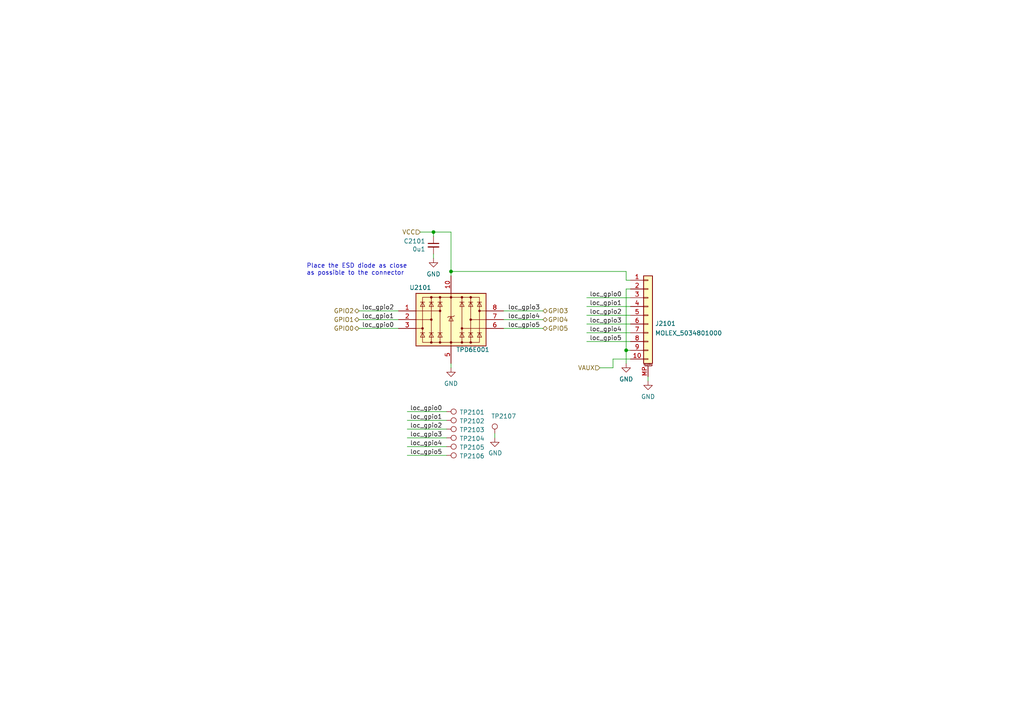
<source format=kicad_sch>
(kicad_sch (version 20210621) (generator eeschema)
  (paper "A4")
  (lib_symbols
    (symbol "DIYPie:MOLEX_5034801000"
      (property "Reference" "J" (at 0 13.97 0))
      (property "Value" "MOLEX_5034801000" (at 2.54 0 90))
      (symbol "MOLEX_5034801000_1_1"
        (text "Mounting" (at 0 -13.081 0) (effects (font (size 0.381 0.381))))
        (rectangle (start -1.27 -11.303) (end 0 -11.557) (stroke (width 0.1524)))
        (rectangle (start -1.27 -8.763) (end 0 -9.017) (stroke (width 0.1524)))
        (rectangle (start -1.27 -6.223) (end 0 -6.477) (stroke (width 0.1524)))
        (rectangle (start -1.27 -3.683) (end 0 -3.937) (stroke (width 0.1524)))
        (rectangle (start -1.27 -1.143) (end 0 -1.397) (stroke (width 0.1524)))
        (rectangle (start -1.27 1.397) (end 0 1.143) (stroke (width 0.1524)))
        (rectangle (start -1.27 3.937) (end 0 3.683) (stroke (width 0.1524)))
        (rectangle (start -1.27 6.477) (end 0 6.223) (stroke (width 0.1524)))
        (rectangle (start -1.27 9.017) (end 0 8.763) (stroke (width 0.1524)))
        (rectangle (start -1.27 11.557) (end 0 11.303) (stroke (width 0.1524)))
        (rectangle (start -1.27 12.7) (end 1.27 -12.7) (stroke (width 0.254)) (fill (type background)))
        (polyline (pts (xy -1.016 -13.462) (xy 1.016 -13.462)) (stroke (width 0.1524)))
        (pin passive line (at -5.08 11.43 0) (length 3.81) (name "") (number "1"))
        (pin passive line (at -5.08 -11.43 0) (length 3.81) (name "") (number "10"))
        (pin passive line (at -5.08 8.89 0) (length 3.81) (name "") (number "2"))
        (pin passive line (at -5.08 6.35 0) (length 3.81) (name "") (number "3"))
        (pin passive line (at -5.08 3.81 0) (length 3.81) (name "") (number "4"))
        (pin passive line (at -5.08 1.27 0) (length 3.81) (name "") (number "5"))
        (pin passive line (at -5.08 -1.27 0) (length 3.81) (name "") (number "6"))
        (pin passive line (at -5.08 -3.81 0) (length 3.81) (name "") (number "7"))
        (pin passive line (at -5.08 -6.35 0) (length 3.81) (name "") (number "8"))
        (pin passive line (at -5.08 -8.89 0) (length 3.81) (name "") (number "9"))
        (pin passive line (at 0 -16.51 90) (length 3.048) (name "") (number "MP"))
      )
    )
    (symbol "DIYPie:TPD6E001"
      (property "Reference" "U" (at -8.89 8.89 0))
      (property "Value" "TPD6E001" (at 6.35 -8.89 0))
      (symbol "TPD6E001_0_0"
        (rectangle (start -8.255 6.477) (end 8.255 -6.604))
        (polyline (pts (xy -5.715 -6.604) (xy -5.715 6.477)))
        (polyline (pts (xy -3.175 -6.604) (xy -3.175 6.477)))
        (polyline (pts (xy 0 6.477) (xy 0 -6.604)))
        (polyline (pts (xy 3.175 6.477) (xy 3.175 -6.604)))
        (polyline (pts (xy 5.715 -6.604) (xy 5.715 6.477)))
      )
      (symbol "TPD6E001_0_1"
        (circle (center -8.255 -2.54) (radius 0.2794) (fill (type outline)))
        (circle (center -5.715 -6.604) (radius 0.2794) (fill (type outline)))
        (circle (center -5.715 0) (radius 0.2794) (fill (type outline)))
        (circle (center -5.715 6.477) (radius 0.2794) (fill (type outline)))
        (circle (center -3.175 -6.604) (radius 0.2794) (fill (type outline)))
        (circle (center -3.175 2.54) (radius 0.2794) (fill (type outline)))
        (circle (center -3.175 6.477) (radius 0.2794) (fill (type outline)))
        (circle (center 0 -6.604) (radius 0.2794) (fill (type outline)))
        (circle (center 0 6.477) (radius 0.2794) (fill (type outline)))
        (circle (center 3.175 -6.604) (radius 0.2794) (fill (type outline)))
        (circle (center 3.175 -2.54) (radius 0.2794) (fill (type outline)))
        (circle (center 3.175 6.477) (radius 0.2794) (fill (type outline)))
        (circle (center 5.715 -6.604) (radius 0.2794) (fill (type outline)))
        (circle (center 5.715 0) (radius 0.2794) (fill (type outline)))
        (circle (center 5.715 6.477) (radius 0.2794) (fill (type outline)))
        (circle (center 8.255 2.54) (radius 0.2794) (fill (type outline)))
        (rectangle (start -10.16 7.62) (end 10.16 -7.62) (stroke (width 0.254)) (fill (type background)))
        (polyline (pts (xy -10.16 -2.54) (xy -8.255 -2.54)))
        (polyline (pts (xy -10.16 0) (xy -5.715 0)))
        (polyline (pts (xy -10.16 2.54) (xy -3.175 2.54)))
        (polyline (pts (xy -7.62 -3.81) (xy -8.89 -3.81)))
        (polyline (pts (xy -7.62 5.08) (xy -8.89 5.08)))
        (polyline (pts (xy -5.08 -3.81) (xy -6.35 -3.81)))
        (polyline (pts (xy -5.08 5.08) (xy -6.35 5.08)))
        (polyline (pts (xy -2.54 -3.81) (xy -3.81 -3.81)))
        (polyline (pts (xy -2.54 5.08) (xy -3.81 5.08)))
        (polyline (pts (xy -0.635 0.889) (xy -1.016 0.635)))
        (polyline (pts (xy 0 -6.604) (xy 0 -7.62)))
        (polyline (pts (xy 0 7.493) (xy 0 6.477)))
        (polyline (pts (xy 0.635 0.889) (xy -0.635 0.889)))
        (polyline (pts (xy 0.635 0.889) (xy 1.016 1.143)))
        (polyline (pts (xy 3.81 -3.81) (xy 2.54 -3.81)))
        (polyline (pts (xy 3.81 5.08) (xy 2.54 5.08)))
        (polyline (pts (xy 6.35 -3.81) (xy 5.08 -3.81)))
        (polyline (pts (xy 6.35 5.08) (xy 5.08 5.08)))
        (polyline (pts (xy 8.89 -3.81) (xy 7.62 -3.81)))
        (polyline (pts (xy 8.89 5.08) (xy 7.62 5.08)))
        (polyline (pts (xy 10.16 -2.54) (xy 3.175 -2.54)))
        (polyline (pts (xy 10.16 0) (xy 5.715 0)))
        (polyline (pts (xy 10.16 2.54) (xy 8.255 2.54)))
        (polyline (pts (xy -7.62 -5.08) (xy -8.89 -5.08) (xy -8.255 -3.81) (xy -7.62 -5.08)))
        (polyline (pts (xy -7.62 3.81) (xy -8.89 3.81) (xy -8.255 5.08) (xy -7.62 3.81)))
        (polyline (pts (xy -5.08 -5.08) (xy -6.35 -5.08) (xy -5.715 -3.81) (xy -5.08 -5.08)))
        (polyline (pts (xy -5.08 3.81) (xy -6.35 3.81) (xy -5.715 5.08) (xy -5.08 3.81)))
        (polyline (pts (xy -2.54 -5.08) (xy -3.81 -5.08) (xy -3.175 -3.81) (xy -2.54 -5.08)))
        (polyline (pts (xy -2.54 3.81) (xy -3.81 3.81) (xy -3.175 5.08) (xy -2.54 3.81)))
        (polyline (pts (xy 0.635 -0.381) (xy -0.635 -0.381) (xy 0 0.889) (xy 0.635 -0.381)))
        (polyline (pts (xy 3.81 -5.08) (xy 2.54 -5.08) (xy 3.175 -3.81) (xy 3.81 -5.08)))
        (polyline (pts (xy 3.81 3.81) (xy 2.54 3.81) (xy 3.175 5.08) (xy 3.81 3.81)))
        (polyline (pts (xy 6.35 -5.08) (xy 5.08 -5.08) (xy 5.715 -3.81) (xy 6.35 -5.08)))
        (polyline (pts (xy 6.35 3.81) (xy 5.08 3.81) (xy 5.715 5.08) (xy 6.35 3.81)))
        (polyline (pts (xy 8.89 -5.08) (xy 7.62 -5.08) (xy 8.255 -3.81) (xy 8.89 -5.08)))
        (polyline (pts (xy 8.89 3.81) (xy 7.62 3.81) (xy 8.255 5.08) (xy 8.89 3.81)))
      )
      (symbol "TPD6E001_1_1"
        (pin passive line (at -15.24 2.54 0) (length 5.08) (name "") (number "1"))
        (pin passive line (at 0 12.7 270) (length 5.08) (name "") (number "10"))
        (pin passive line (at -15.24 0 0) (length 5.08) (name "") (number "2"))
        (pin passive line (at -15.24 -2.54 0) (length 5.08) (name "") (number "3"))
        (pin no_connect line (at -5.08 -7.62 0) (length 5.08) hide (name "") (number "4"))
        (pin power_in line (at 0 -12.7 90) (length 5.08) (name "") (number "5"))
        (pin passive line (at 15.24 -2.54 180) (length 5.08) (name "") (number "6"))
        (pin passive line (at 15.24 0 180) (length 5.08) (name "") (number "7"))
        (pin passive line (at 15.24 2.54 180) (length 5.08) (name "") (number "8"))
        (pin no_connect line (at 5.08 7.62 180) (length 5.08) hide (name "") (number "9"))
      )
    )
    (symbol "DIYPie:TestPoint" (pin_numbers hide) (pin_names (offset 0.762) hide)
      (property "Reference" "TP" (at 0 5.588 0))
      (property "Value" "TestPoint" (at 0 3.81 0))
      (symbol "TestPoint_0_1"
        (circle (center 0 2.032) (radius 0.762))
      )
      (symbol "TestPoint_1_1"
        (pin passive line (at 0 0 90) (length 1.27) (name "1") (number "1"))
      )
    )
    (symbol "Device:C_Small" (pin_numbers hide) (pin_names (offset 0.254) hide)
      (property "Reference" "C" (at 0.254 1.778 0))
      (property "Value" "C_Small" (at 0.254 -2.032 0))
      (symbol "C_Small_0_1"
        (polyline (pts (xy -1.524 -0.508) (xy 1.524 -0.508)) (stroke (width 0.3302)))
        (polyline (pts (xy -1.524 0.508) (xy 1.524 0.508)) (stroke (width 0.3048)))
      )
      (symbol "C_Small_1_1"
        (pin passive line (at 0 2.54 270) (length 2.032) (name "~") (number "1"))
        (pin passive line (at 0 -2.54 90) (length 2.032) (name "~") (number "2"))
      )
    )
    (symbol "power:GND" (power) (pin_names (offset 0))
      (property "Value" "GND" (at 0 -3.81 0))
      (symbol "GND_0_1"
        (polyline (pts (xy 0 0) (xy 0 -1.27) (xy 1.27 -1.27) (xy 0 -2.54) (xy -1.27 -1.27) (xy 0 -1.27)))
      )
      (symbol "GND_1_1"
        (pin power_in line (at 0 0 270) (length 0) hide (name "GND") (number "1"))
      )
    )
  )
  (junction (at 125.73 67.31) (diameter 0.9144))
  (junction (at 130.81 78.74) (diameter 0.9144))
  (junction (at 181.61 101.6) (diameter 0.9144))
  (wire (pts (xy 104.14 90.17) (xy 115.57 90.17)))
  (wire (pts (xy 104.14 92.71) (xy 115.57 92.71)))
  (wire (pts (xy 104.14 95.25) (xy 115.57 95.25)))
  (wire (pts (xy 118.11 119.38) (xy 129.54 119.38)))
  (wire (pts (xy 118.11 121.92) (xy 129.54 121.92)))
  (wire (pts (xy 118.11 124.46) (xy 129.54 124.46)))
  (wire (pts (xy 118.11 127) (xy 129.54 127)))
  (wire (pts (xy 118.11 129.54) (xy 129.54 129.54)))
  (wire (pts (xy 118.11 132.08) (xy 129.54 132.08)))
  (wire (pts (xy 121.92 67.31) (xy 125.73 67.31)))
  (wire (pts (xy 125.73 67.31) (xy 125.73 68.58)))
  (wire (pts (xy 125.73 67.31) (xy 130.81 67.31)))
  (wire (pts (xy 125.73 73.66) (xy 125.73 74.93)))
  (wire (pts (xy 130.81 67.31) (xy 130.81 78.74)))
  (wire (pts (xy 130.81 78.74) (xy 130.81 80.01)))
  (wire (pts (xy 130.81 78.74) (xy 181.61 78.74)))
  (wire (pts (xy 130.81 105.41) (xy 130.81 106.68)))
  (wire (pts (xy 143.51 125.73) (xy 143.51 127)))
  (wire (pts (xy 146.05 90.17) (xy 157.48 90.17)))
  (wire (pts (xy 146.05 92.71) (xy 157.48 92.71)))
  (wire (pts (xy 146.05 95.25) (xy 157.48 95.25)))
  (wire (pts (xy 170.18 86.36) (xy 182.88 86.36)))
  (wire (pts (xy 170.18 88.9) (xy 182.88 88.9)))
  (wire (pts (xy 170.18 91.44) (xy 182.88 91.44)))
  (wire (pts (xy 170.18 93.98) (xy 182.88 93.98)))
  (wire (pts (xy 170.18 96.52) (xy 182.88 96.52)))
  (wire (pts (xy 170.18 99.06) (xy 182.88 99.06)))
  (wire (pts (xy 173.99 106.68) (xy 177.8 106.68)))
  (wire (pts (xy 177.8 104.14) (xy 182.88 104.14)))
  (wire (pts (xy 177.8 106.68) (xy 177.8 104.14)))
  (wire (pts (xy 181.61 78.74) (xy 181.61 81.28)))
  (wire (pts (xy 181.61 81.28) (xy 182.88 81.28)))
  (wire (pts (xy 181.61 83.82) (xy 182.88 83.82)))
  (wire (pts (xy 181.61 101.6) (xy 181.61 83.82)))
  (wire (pts (xy 181.61 101.6) (xy 182.88 101.6)))
  (wire (pts (xy 181.61 105.41) (xy 181.61 101.6)))
  (wire (pts (xy 187.96 109.22) (xy 187.96 110.49)))
  (text "Place the ESD diode as close \nas possible to the connector" (at 88.9 80.01 0) (effects (font (size 1.27 1.27)) (justify left bottom)))
  (label "loc_gpio2" (at 114.3 90.17 180))
  (label "loc_gpio1" (at 114.3 92.71 180))
  (label "loc_gpio0" (at 114.3 95.25 180))
  (label "loc_gpio0" (at 128.27 119.38 180))
  (label "loc_gpio1" (at 128.27 121.92 180))
  (label "loc_gpio2" (at 128.27 124.46 180))
  (label "loc_gpio3" (at 128.27 127 180))
  (label "loc_gpio4" (at 128.27 129.54 180))
  (label "loc_gpio5" (at 128.27 132.08 180))
  (label "loc_gpio3" (at 147.32 90.17 0))
  (label "loc_gpio4" (at 147.32 92.71 0))
  (label "loc_gpio5" (at 147.32 95.25 0))
  (label "loc_gpio0" (at 180.34 86.36 180))
  (label "loc_gpio1" (at 180.34 88.9 180))
  (label "loc_gpio2" (at 180.34 91.44 180))
  (label "loc_gpio3" (at 180.34 93.98 180))
  (label "loc_gpio4" (at 180.34 96.52 180))
  (label "loc_gpio5" (at 180.34 99.06 180))
  (hierarchical_label "GPIO2" (shape bidirectional) (at 104.14 90.17 180))
  (hierarchical_label "GPIO1" (shape bidirectional) (at 104.14 92.71 180))
  (hierarchical_label "GPIO0" (shape bidirectional) (at 104.14 95.25 180))
  (hierarchical_label "VCC" (shape input) (at 121.92 67.31 180))
  (hierarchical_label "GPIO3" (shape bidirectional) (at 157.48 90.17 0))
  (hierarchical_label "GPIO4" (shape bidirectional) (at 157.48 92.71 0))
  (hierarchical_label "GPIO5" (shape bidirectional) (at 157.48 95.25 0))
  (hierarchical_label "VAUX" (shape input) (at 173.99 106.68 180))
  (symbol (lib_id "DIYPie:TestPoint") (at 129.54 119.38 270)
    (property "Reference" "TP2101" (at 133.2738 119.5832 90) (effects (justify left)))
    (property "Value" "TestPoint" (effects hide))
    (property "Footprint" "DIYPie:TestPoint_Pad_D1.5mm" (effects hide))
    (property "Description" "Generic testpoint" (effects hide))
  )
  (symbol (lib_id "DIYPie:TestPoint") (at 129.54 121.92 270)
    (property "Reference" "TP2102" (at 133.2738 122.1232 90) (effects (justify left)))
    (property "Value" "TestPoint" (effects hide))
    (property "Footprint" "DIYPie:TestPoint_Pad_D1.5mm" (effects hide))
    (property "Description" "Generic testpoint" (effects hide))
  )
  (symbol (lib_id "DIYPie:TestPoint") (at 129.54 124.46 270)
    (property "Reference" "TP2103" (at 133.2738 124.6632 90) (effects (justify left)))
    (property "Value" "TestPoint" (effects hide))
    (property "Footprint" "DIYPie:TestPoint_Pad_D1.5mm" (effects hide))
    (property "Description" "Generic testpoint" (effects hide))
  )
  (symbol (lib_id "DIYPie:TestPoint") (at 129.54 127 270)
    (property "Reference" "TP2104" (at 133.2738 127.2032 90) (effects (justify left)))
    (property "Value" "TestPoint" (effects hide))
    (property "Footprint" "DIYPie:TestPoint_Pad_D1.5mm" (effects hide))
    (property "Description" "Generic testpoint" (effects hide))
  )
  (symbol (lib_id "DIYPie:TestPoint") (at 129.54 129.54 270)
    (property "Reference" "TP2105" (at 133.2738 129.7432 90) (effects (justify left)))
    (property "Value" "TestPoint" (effects hide))
    (property "Footprint" "DIYPie:TestPoint_Pad_D1.5mm" (effects hide))
    (property "Description" "Generic testpoint" (effects hide))
  )
  (symbol (lib_id "DIYPie:TestPoint") (at 129.54 132.08 270)
    (property "Reference" "TP2106" (at 133.2738 132.2832 90) (effects (justify left)))
    (property "Value" "TestPoint" (effects hide))
    (property "Footprint" "DIYPie:TestPoint_Pad_D1.5mm" (effects hide))
    (property "Description" "Generic testpoint" (effects hide))
  )
  (symbol (lib_id "DIYPie:TestPoint") (at 143.51 125.73 0)
    (property "Reference" "TP2107" (at 142.4432 120.7262 0) (effects (justify left)))
    (property "Value" "TestPoint" (effects hide))
    (property "Footprint" "DIYPie:TestPoint_Pad_D1.5mm" (effects hide))
    (property "Description" "Generic testpoint" (effects hide))
  )
  (symbol (lib_id "power:GND") (at 125.73 74.93 0)
    (property "Reference" "#PWR02201" (effects hide))
    (property "Value" "GND" (at 125.73 79.4926 0))
  )
  (symbol (lib_id "power:GND") (at 130.81 106.68 0)
    (property "Reference" "#PWR02202" (effects hide))
    (property "Value" "GND" (at 130.81 111.2426 0))
  )
  (symbol (lib_id "power:GND") (at 143.51 127 0)
    (property "Reference" "#PWR02203" (effects hide))
    (property "Value" "GND" (at 143.637 131.3942 0))
  )
  (symbol (lib_id "power:GND") (at 181.61 105.41 0)
    (property "Reference" "#PWR02204" (effects hide))
    (property "Value" "GND" (at 181.61 109.9726 0))
  )
  (symbol (lib_id "power:GND") (at 187.96 110.49 0)
    (property "Reference" "#PWR02205" (effects hide))
    (property "Value" "GND" (at 187.96 115.0526 0))
  )
  (symbol (lib_id "Device:C_Small") (at 125.73 71.12 0) (mirror y)
    (property "Reference" "C2101" (at 123.3932 69.9516 0) (effects (justify left)))
    (property "Value" "0u1" (at 123.3932 72.263 0) (effects (justify left)))
    (property "Footprint" "DIYPie:C_0402_1005Metric" (effects hide))
    (property "Manufacturer" "any" (effects hide))
    (property "Mouser_PN" "963-EMK105BJ104KV-F" (effects hide))
    (property "Mouser_PL" "https://eu.mouser.com/ProductDetail/Taiyo-Yuden/EMK105BJ104KV-F?qs=sGAEpiMZZMvsSlwiRhF8qgJCQaFFkNE%2FB5WnhbLyoK8%3D" (effects hide))
    (property "Tolerance" "20%" (effects hide))
    (property "Voltage" "16V" (effects hide))
    (property "Dielectric" "X5R" (effects hide))
  )
  (symbol (lib_id "DIYPie:MOLEX_5034801000") (at 187.96 92.71 0)
    (property "Reference" "J2101" (at 189.9921 93.8335 0) (effects (justify left)))
    (property "Value" "MOLEX_5034801000" (at 189.9921 96.6086 0) (effects (justify left)))
    (property "Footprint" "DIYPie:MOLEX_5034801000" (effects hide))
    (property "Datasheet" "https://www.molex.com/pdm_docs/sd/5034801000_sd.pdf" (effects hide))
  )
  (symbol (lib_id "DIYPie:TPD6E001") (at 130.81 92.71 0)
    (property "Reference" "U2101" (at 121.92 83.4094 0))
    (property "Value" "TPD6E001" (at 137.16 101.4245 0))
    (property "Footprint" "DIYPie:TI_UQFN-10" (effects hide))
    (property "Datasheet" "https://www.ti.com/lit/ds/symlink/tpd6e001.pdf?HQS=dis-mous-null-mousermode-dsf-pf-null-wwe&ts=1624481696052&ref_url=https%253A%252F%252Feu.mouser.com%252F" (effects hide))
  )
)
</source>
